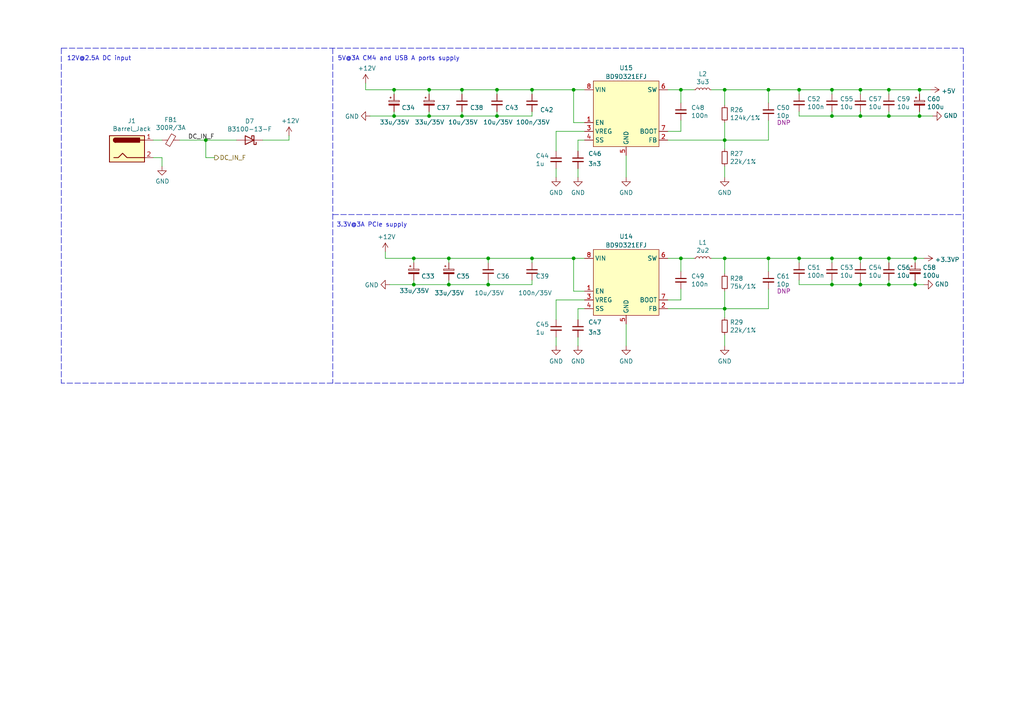
<source format=kicad_sch>
(kicad_sch (version 20210406) (generator eeschema)
  (paper "A4")
  (title_block (title "Power") (date "2021-01-12") (rev "0.1") (company "Nabu Casa") (comment 1 "www.nabucasa.com") (comment 2 "Light Blue"))
  (lib_symbols
    (symbol "Connector:Barrel_Jack" (pin_names (offset 1.016))
      (property "Reference" "J" (at 0 5.334 0))
      (property "Value" "Barrel_Jack" (at 0 -5.08 0))
      (symbol "Barrel_Jack_0_1"
        (arc (start -3.302 3.175) (end -3.302 1.905) (radius (at -3.302 2.54) (length 0.635) (angles 90.1 -90.1)) (stroke (width 0.254)))
        (arc (start -3.302 3.175) (end -3.302 1.905) (radius (at -3.302 2.54) (length 0.635) (angles 90.1 -90.1)) (stroke (width 0.254)) (fill (type outline)))
        (rectangle (start 3.683 3.175) (end -3.302 1.905) (stroke (width 0.254)) (fill (type outline)))
        (rectangle (start -5.08 3.81) (end 5.08 -3.81) (stroke (width 0.254)) (fill (type background)))
        (polyline (pts (xy 5.08 2.54) (xy 3.81 2.54)) (stroke (width 0.254)))
        (polyline (pts (xy -3.81 -2.54) (xy -2.54 -2.54) (xy -1.27 -1.27) (xy 0 -2.54) (xy 2.54 -2.54) (xy 5.08 -2.54)) (stroke (width 0.254)))
      )
      (symbol "Barrel_Jack_1_1"
        (pin passive line (at 7.62 2.54 180) (length 2.54) (name "~") (number "1"))
        (pin passive line (at 7.62 -2.54 180) (length 2.54) (name "~") (number "2"))
      )
    )
    (symbol "Device:CP_Small" (pin_numbers hide) (pin_names (offset 0.254) hide)
      (property "Reference" "C" (at 0.254 1.778 0))
      (property "Value" "CP_Small" (at 0.254 -2.032 0))
      (symbol "CP_Small_0_1"
        (rectangle (start -1.524 0.6858) (end 1.524 0.3048))
        (rectangle (start -1.524 -0.3048) (end 1.524 -0.6858) (fill (type outline)))
        (polyline (pts (xy -1.27 1.524) (xy -0.762 1.524)))
        (polyline (pts (xy -1.016 1.27) (xy -1.016 1.778)))
      )
      (symbol "CP_Small_1_1"
        (pin passive line (at 0 2.54 270) (length 1.8542) (name "~") (number "1"))
        (pin passive line (at 0 -2.54 90) (length 1.8542) (name "~") (number "2"))
      )
    )
    (symbol "Device:C_Small" (pin_numbers hide) (pin_names (offset 0.254) hide)
      (property "Reference" "C" (at 0.254 1.778 0))
      (property "Value" "C_Small" (at 0.254 -2.032 0))
      (symbol "C_Small_0_1"
        (polyline (pts (xy -1.524 -0.508) (xy 1.524 -0.508)) (stroke (width 0.3302)))
        (polyline (pts (xy -1.524 0.508) (xy 1.524 0.508)) (stroke (width 0.3048)))
      )
      (symbol "C_Small_1_1"
        (pin passive line (at 0 2.54 270) (length 2.032) (name "~") (number "1"))
        (pin passive line (at 0 -2.54 90) (length 2.032) (name "~") (number "2"))
      )
    )
    (symbol "Device:D_Schottky" (pin_numbers hide) (pin_names (offset 1.016) hide)
      (property "Reference" "D" (at 0 2.54 0))
      (property "Value" "D_Schottky" (at 0 -2.54 0))
      (symbol "D_Schottky_0_1"
        (polyline (pts (xy 1.27 0) (xy -1.27 0)))
        (polyline (pts (xy 1.27 1.27) (xy 1.27 -1.27) (xy -1.27 0) (xy 1.27 1.27)) (stroke (width 0.254)))
        (polyline (pts (xy -1.905 0.635) (xy -1.905 1.27) (xy -1.27 1.27) (xy -1.27 -1.27) (xy -0.635 -1.27) (xy -0.635 -0.635)) (stroke (width 0.254)))
      )
      (symbol "D_Schottky_1_1"
        (pin passive line (at -3.81 0 0) (length 2.54) (name "K") (number "1"))
        (pin passive line (at 3.81 0 180) (length 2.54) (name "A") (number "2"))
      )
    )
    (symbol "Device:Ferrite_Bead_Small" (pin_numbers hide) (pin_names (offset 0))
      (property "Reference" "FB" (at 1.905 1.27 0))
      (property "Value" "Ferrite_Bead_Small" (at 1.905 -1.27 0))
      (symbol "Ferrite_Bead_Small_0_1"
        (polyline (pts (xy 0 -1.27) (xy 0 -0.7874)))
        (polyline (pts (xy 0 0.889) (xy 0 1.2954)))
        (polyline (pts (xy -1.8288 0.2794) (xy -1.1176 1.4986) (xy 1.8288 -0.2032) (xy 1.1176 -1.4224) (xy -1.8288 0.2794)))
      )
      (symbol "Ferrite_Bead_Small_1_1"
        (pin passive line (at 0 2.54 270) (length 1.27) (name "~") (number "1"))
        (pin passive line (at 0 -2.54 90) (length 1.27) (name "~") (number "2"))
      )
    )
    (symbol "Device:L_Small" (pin_numbers hide) (pin_names (offset 0.254) hide)
      (property "Reference" "L" (at 0.762 1.016 0))
      (property "Value" "L_Small" (at 0.762 -1.016 0))
      (symbol "L_Small_0_1"
        (arc (start 0 -2.032) (end 0 -1.016) (radius (at 0 -1.524) (length 0.508) (angles -89.9 89.9)))
        (arc (start 0 -1.016) (end 0 0) (radius (at 0 -0.508) (length 0.508) (angles -89.9 89.9)))
        (arc (start 0 0) (end 0 1.016) (radius (at 0 0.508) (length 0.508) (angles -89.9 89.9)))
        (arc (start 0 1.016) (end 0 2.032) (radius (at 0 1.524) (length 0.508) (angles -89.9 89.9)))
      )
      (symbol "L_Small_1_1"
        (pin passive line (at 0 2.54 270) (length 0.508) (name "~") (number "1"))
        (pin passive line (at 0 -2.54 90) (length 0.508) (name "~") (number "2"))
      )
    )
    (symbol "Device:R_Small" (pin_numbers hide) (pin_names (offset 0.254) hide)
      (property "Reference" "R" (at 0.762 0.508 0))
      (property "Value" "R_Small" (at 0.762 -1.016 0))
      (symbol "R_Small_0_1"
        (rectangle (start -0.762 1.778) (end 0.762 -1.778) (stroke (width 0.2032)))
      )
      (symbol "R_Small_1_1"
        (pin passive line (at 0 2.54 270) (length 0.762) (name "~") (number "1"))
        (pin passive line (at 0 -2.54 90) (length 0.762) (name "~") (number "2"))
      )
    )
    (symbol "LightBlue:BD9D321EFJ"
      (property "Reference" "U" (at 0 13.335 0))
      (property "Value" "BD9D321EFJ" (at 0 10.795 0))
      (symbol "BD9D321EFJ_0_1"
        (rectangle (start -9.525 9.525) (end 9.525 -9.525) (stroke (width 0.1524)) (fill (type background)))
      )
      (symbol "BD9D321EFJ_1_1"
        (pin input line (at -12.065 -2.54 0) (length 2.54) (name "EN") (number "1"))
        (pin passive line (at 12.065 -7.62 180) (length 2.54) (name "FB") (number "2"))
        (pin power_out line (at -12.065 -5.08 0) (length 2.54) (name "VREG") (number "3"))
        (pin input line (at -12.065 -7.62 0) (length 2.54) (name "SS") (number "4"))
        (pin power_in line (at 0 -12.065 90) (length 2.54) (name "GND") (number "5"))
        (pin power_out line (at 12.065 6.985 180) (length 2.54) (name "SW") (number "6"))
        (pin input line (at 12.065 -5.08 180) (length 2.54) (name "BOOT") (number "7"))
        (pin power_in line (at -12.065 6.985 0) (length 2.54) (name "VIN") (number "8"))
        (pin passive line (at 0 -12.065 90) (length 2.54) hide (name "GND") (number "9"))
      )
    )
    (symbol "LightBlue:BD9D321EFJ_1"
      (property "Reference" "U" (at 0 13.335 0))
      (property "Value" "BD9D321EFJ" (at 0 10.795 0))
      (symbol "BD9D321EFJ_1_0_1"
        (rectangle (start -9.525 9.525) (end 9.525 -9.525) (stroke (width 0.1524)) (fill (type background)))
      )
      (symbol "BD9D321EFJ_1_1_1"
        (pin input line (at -12.065 -2.54 0) (length 2.54) (name "EN") (number "1"))
        (pin passive line (at 12.065 -7.62 180) (length 2.54) (name "FB") (number "2"))
        (pin power_out line (at -12.065 -5.08 0) (length 2.54) (name "VREG") (number "3"))
        (pin input line (at -12.065 -7.62 0) (length 2.54) (name "SS") (number "4"))
        (pin power_in line (at 0 -12.065 90) (length 2.54) (name "GND") (number "5"))
        (pin power_out line (at 12.065 6.985 180) (length 2.54) (name "SW") (number "6"))
        (pin input line (at 12.065 -5.08 180) (length 2.54) (name "BOOT") (number "7"))
        (pin power_in line (at -12.065 6.985 0) (length 2.54) (name "VIN") (number "8"))
        (pin passive line (at 0 -12.065 90) (length 2.54) hide (name "GND") (number "9"))
      )
    )
    (symbol "power:+12V" (power) (pin_names (offset 0))
      (property "Value" "+12V" (at 0 3.556 0))
      (symbol "+12V_0_1"
        (polyline (pts (xy -0.762 1.27) (xy 0 2.54)))
        (polyline (pts (xy 0 0) (xy 0 2.54)))
        (polyline (pts (xy 0 2.54) (xy 0.762 1.27)))
      )
      (symbol "+12V_1_1"
        (pin power_in line (at 0 0 90) (length 0) hide (name "+12V") (number "1"))
      )
    )
    (symbol "power:+3.3VP" (power) (pin_names (offset 0))
      (property "Value" "+3.3VP" (at 0 2.54 0))
      (symbol "+3.3VP_0_0"
        (pin power_in line (at 0 0 90) (length 0) hide (name "+3.3VP") (number "1"))
      )
      (symbol "+3.3VP_0_1"
        (polyline (pts (xy -0.762 1.27) (xy 0 2.54)))
        (polyline (pts (xy 0 0) (xy 0 2.54)))
        (polyline (pts (xy 0 2.54) (xy 0.762 1.27)))
      )
    )
    (symbol "power:+5V" (power) (pin_names (offset 0))
      (property "Value" "+5V" (at 0 3.556 0))
      (symbol "+5V_0_1"
        (polyline (pts (xy -0.762 1.27) (xy 0 2.54)))
        (polyline (pts (xy 0 0) (xy 0 2.54)))
        (polyline (pts (xy 0 2.54) (xy 0.762 1.27)))
      )
      (symbol "+5V_1_1"
        (pin power_in line (at 0 0 90) (length 0) hide (name "+5V") (number "1"))
      )
    )
    (symbol "power:GND" (power) (pin_names (offset 0))
      (property "Value" "GND" (at 0 -3.81 0))
      (symbol "GND_0_1"
        (polyline (pts (xy 0 0) (xy 0 -1.27) (xy 1.27 -1.27) (xy 0 -2.54) (xy -1.27 -1.27) (xy 0 -1.27)))
      )
      (symbol "GND_1_1"
        (pin power_in line (at 0 0 270) (length 0) hide (name "GND") (number "1"))
      )
    )
  )
  (junction (at 59.69 40.64) (diameter 0.9144))
  (junction (at 114.3 26.035) (diameter 0.9144))
  (junction (at 114.3 33.655) (diameter 0.9144))
  (junction (at 120.015 74.93) (diameter 0.9144))
  (junction (at 120.015 82.55) (diameter 0.9144))
  (junction (at 124.46 26.035) (diameter 0.9144))
  (junction (at 124.46 33.655) (diameter 0.9144))
  (junction (at 130.175 74.93) (diameter 0.9144))
  (junction (at 130.175 82.55) (diameter 0.9144))
  (junction (at 133.985 26.035) (diameter 0.9144))
  (junction (at 133.985 33.655) (diameter 0.9144))
  (junction (at 141.605 74.93) (diameter 0.9144))
  (junction (at 141.605 82.55) (diameter 0.9144))
  (junction (at 144.145 26.035) (diameter 0.9144))
  (junction (at 144.145 33.655) (diameter 0.9144))
  (junction (at 154.305 26.035) (diameter 0.9144))
  (junction (at 154.305 74.93) (diameter 0.9144))
  (junction (at 166.37 26.035) (diameter 0.9144))
  (junction (at 166.37 74.93) (diameter 0.9144))
  (junction (at 197.485 26.035) (diameter 0.9144))
  (junction (at 197.485 74.93) (diameter 0.9144))
  (junction (at 210.185 26.035) (diameter 0.9144))
  (junction (at 210.185 40.64) (diameter 0.9144))
  (junction (at 210.185 74.93) (diameter 0.9144))
  (junction (at 210.185 89.535) (diameter 0.9144))
  (junction (at 222.885 26.035) (diameter 0.9144))
  (junction (at 222.885 74.93) (diameter 0.9144))
  (junction (at 231.775 26.035) (diameter 0.9144))
  (junction (at 231.775 74.93) (diameter 0.9144))
  (junction (at 241.3 26.035) (diameter 0.9144))
  (junction (at 241.3 33.655) (diameter 0.9144))
  (junction (at 241.3 74.93) (diameter 0.9144))
  (junction (at 241.3 82.55) (diameter 0.9144))
  (junction (at 249.555 26.035) (diameter 0.9144))
  (junction (at 249.555 33.655) (diameter 0.9144))
  (junction (at 249.555 74.93) (diameter 0.9144))
  (junction (at 249.555 82.55) (diameter 0.9144))
  (junction (at 257.81 26.035) (diameter 0.9144))
  (junction (at 257.81 33.655) (diameter 0.9144))
  (junction (at 257.81 74.93) (diameter 0.9144))
  (junction (at 257.81 82.55) (diameter 0.9144))
  (junction (at 265.43 74.93) (diameter 0.9144))
  (junction (at 265.43 82.55) (diameter 0.9144))
  (junction (at 266.7 26.035) (diameter 0.9144))
  (junction (at 266.7 33.655) (diameter 0.9144))
  (wire (pts (xy 44.45 40.64) (xy 46.99 40.64)))
  (wire (pts (xy 44.45 45.72) (xy 46.99 45.72)))
  (wire (pts (xy 46.99 45.72) (xy 46.99 48.26)))
  (wire (pts (xy 52.07 40.64) (xy 59.69 40.64)))
  (wire (pts (xy 59.69 40.64) (xy 68.58 40.64)))
  (wire (pts (xy 59.69 45.72) (xy 59.69 40.64)))
  (wire (pts (xy 62.23 45.72) (xy 59.69 45.72)))
  (wire (pts (xy 76.2 40.64) (xy 83.82 40.64)))
  (wire (pts (xy 83.82 39.37) (xy 83.82 40.64)))
  (wire (pts (xy 106.045 24.13) (xy 106.045 26.035)))
  (wire (pts (xy 106.045 26.035) (xy 114.3 26.035)))
  (wire (pts (xy 107.315 33.655) (xy 114.3 33.655)))
  (wire (pts (xy 111.76 73.025) (xy 111.76 74.93)))
  (wire (pts (xy 111.76 74.93) (xy 120.015 74.93)))
  (wire (pts (xy 113.03 82.55) (xy 120.015 82.55)))
  (wire (pts (xy 114.3 26.035) (xy 114.3 27.305)))
  (wire (pts (xy 114.3 26.035) (xy 124.46 26.035)))
  (wire (pts (xy 114.3 32.385) (xy 114.3 33.655)))
  (wire (pts (xy 114.3 33.655) (xy 124.46 33.655)))
  (wire (pts (xy 120.015 74.93) (xy 120.015 76.2)))
  (wire (pts (xy 120.015 74.93) (xy 130.175 74.93)))
  (wire (pts (xy 120.015 81.28) (xy 120.015 82.55)))
  (wire (pts (xy 120.015 82.55) (xy 130.175 82.55)))
  (wire (pts (xy 124.46 26.035) (xy 124.46 27.305)))
  (wire (pts (xy 124.46 26.035) (xy 133.985 26.035)))
  (wire (pts (xy 124.46 32.385) (xy 124.46 33.655)))
  (wire (pts (xy 124.46 33.655) (xy 133.985 33.655)))
  (wire (pts (xy 130.175 74.93) (xy 130.175 76.2)))
  (wire (pts (xy 130.175 74.93) (xy 141.605 74.93)))
  (wire (pts (xy 130.175 81.28) (xy 130.175 82.55)))
  (wire (pts (xy 130.175 82.55) (xy 141.605 82.55)))
  (wire (pts (xy 133.985 26.035) (xy 133.985 27.305)))
  (wire (pts (xy 133.985 26.035) (xy 144.145 26.035)))
  (wire (pts (xy 133.985 33.655) (xy 133.985 32.385)))
  (wire (pts (xy 133.985 33.655) (xy 144.145 33.655)))
  (wire (pts (xy 141.605 74.93) (xy 141.605 76.2)))
  (wire (pts (xy 141.605 74.93) (xy 154.305 74.93)))
  (wire (pts (xy 141.605 81.28) (xy 141.605 82.55)))
  (wire (pts (xy 141.605 82.55) (xy 154.305 82.55)))
  (wire (pts (xy 144.145 26.035) (xy 144.145 27.305)))
  (wire (pts (xy 144.145 26.035) (xy 154.305 26.035)))
  (wire (pts (xy 144.145 32.385) (xy 144.145 33.655)))
  (wire (pts (xy 144.145 33.655) (xy 154.305 33.655)))
  (wire (pts (xy 154.305 26.035) (xy 154.305 27.305)))
  (wire (pts (xy 154.305 26.035) (xy 166.37 26.035)))
  (wire (pts (xy 154.305 33.655) (xy 154.305 32.385)))
  (wire (pts (xy 154.305 74.93) (xy 154.305 76.2)))
  (wire (pts (xy 154.305 74.93) (xy 166.37 74.93)))
  (wire (pts (xy 154.305 81.28) (xy 154.305 82.55)))
  (wire (pts (xy 161.29 38.1) (xy 161.29 43.815)))
  (wire (pts (xy 161.29 48.895) (xy 161.29 51.435)))
  (wire (pts (xy 161.29 86.995) (xy 161.29 92.71)))
  (wire (pts (xy 161.29 97.79) (xy 161.29 100.33)))
  (wire (pts (xy 166.37 26.035) (xy 169.545 26.035)))
  (wire (pts (xy 166.37 35.56) (xy 166.37 26.035)))
  (wire (pts (xy 166.37 74.93) (xy 166.37 84.455)))
  (wire (pts (xy 166.37 74.93) (xy 169.545 74.93)))
  (wire (pts (xy 166.37 84.455) (xy 169.545 84.455)))
  (wire (pts (xy 167.64 40.64) (xy 167.64 43.815)))
  (wire (pts (xy 167.64 40.64) (xy 169.545 40.64)))
  (wire (pts (xy 167.64 48.895) (xy 167.64 51.435)))
  (wire (pts (xy 167.64 89.535) (xy 167.64 92.71)))
  (wire (pts (xy 167.64 89.535) (xy 169.545 89.535)))
  (wire (pts (xy 167.64 97.79) (xy 167.64 100.33)))
  (wire (pts (xy 169.545 35.56) (xy 166.37 35.56)))
  (wire (pts (xy 169.545 38.1) (xy 161.29 38.1)))
  (wire (pts (xy 169.545 86.995) (xy 161.29 86.995)))
  (wire (pts (xy 181.61 45.085) (xy 181.61 51.435)))
  (wire (pts (xy 181.61 93.98) (xy 181.61 100.33)))
  (wire (pts (xy 193.675 26.035) (xy 197.485 26.035)))
  (wire (pts (xy 193.675 38.1) (xy 197.485 38.1)))
  (wire (pts (xy 193.675 40.64) (xy 210.185 40.64)))
  (wire (pts (xy 193.675 74.93) (xy 197.485 74.93)))
  (wire (pts (xy 193.675 86.995) (xy 197.485 86.995)))
  (wire (pts (xy 193.675 89.535) (xy 210.185 89.535)))
  (wire (pts (xy 197.485 26.035) (xy 197.485 29.845)))
  (wire (pts (xy 197.485 26.035) (xy 201.295 26.035)))
  (wire (pts (xy 197.485 34.925) (xy 197.485 38.1)))
  (wire (pts (xy 197.485 74.93) (xy 197.485 78.74)))
  (wire (pts (xy 197.485 74.93) (xy 201.295 74.93)))
  (wire (pts (xy 197.485 83.82) (xy 197.485 86.995)))
  (wire (pts (xy 206.375 26.035) (xy 210.185 26.035)))
  (wire (pts (xy 206.375 74.93) (xy 210.185 74.93)))
  (wire (pts (xy 210.185 26.035) (xy 210.185 30.48)))
  (wire (pts (xy 210.185 26.035) (xy 222.885 26.035)))
  (wire (pts (xy 210.185 35.56) (xy 210.185 40.64)))
  (wire (pts (xy 210.185 40.64) (xy 210.185 43.18)))
  (wire (pts (xy 210.185 40.64) (xy 222.885 40.64)))
  (wire (pts (xy 210.185 48.26) (xy 210.185 51.435)))
  (wire (pts (xy 210.185 74.93) (xy 210.185 79.375)))
  (wire (pts (xy 210.185 74.93) (xy 222.885 74.93)))
  (wire (pts (xy 210.185 84.455) (xy 210.185 89.535)))
  (wire (pts (xy 210.185 89.535) (xy 210.185 92.075)))
  (wire (pts (xy 210.185 89.535) (xy 222.885 89.535)))
  (wire (pts (xy 210.185 97.155) (xy 210.185 100.33)))
  (wire (pts (xy 222.885 26.035) (xy 222.885 29.845)))
  (wire (pts (xy 222.885 26.035) (xy 231.775 26.035)))
  (wire (pts (xy 222.885 34.925) (xy 222.885 40.64)))
  (wire (pts (xy 222.885 74.93) (xy 222.885 78.74)))
  (wire (pts (xy 222.885 74.93) (xy 231.775 74.93)))
  (wire (pts (xy 222.885 83.82) (xy 222.885 89.535)))
  (wire (pts (xy 231.775 26.035) (xy 231.775 27.305)))
  (wire (pts (xy 231.775 26.035) (xy 241.3 26.035)))
  (wire (pts (xy 231.775 32.385) (xy 231.775 33.655)))
  (wire (pts (xy 231.775 33.655) (xy 241.3 33.655)))
  (wire (pts (xy 231.775 74.93) (xy 231.775 76.2)))
  (wire (pts (xy 231.775 74.93) (xy 241.3 74.93)))
  (wire (pts (xy 231.775 81.28) (xy 231.775 82.55)))
  (wire (pts (xy 231.775 82.55) (xy 241.3 82.55)))
  (wire (pts (xy 241.3 26.035) (xy 241.3 27.305)))
  (wire (pts (xy 241.3 26.035) (xy 249.555 26.035)))
  (wire (pts (xy 241.3 32.385) (xy 241.3 33.655)))
  (wire (pts (xy 241.3 33.655) (xy 249.555 33.655)))
  (wire (pts (xy 241.3 74.93) (xy 241.3 76.2)))
  (wire (pts (xy 241.3 74.93) (xy 249.555 74.93)))
  (wire (pts (xy 241.3 81.28) (xy 241.3 82.55)))
  (wire (pts (xy 241.3 82.55) (xy 249.555 82.55)))
  (wire (pts (xy 249.555 26.035) (xy 249.555 27.305)))
  (wire (pts (xy 249.555 26.035) (xy 257.81 26.035)))
  (wire (pts (xy 249.555 32.385) (xy 249.555 33.655)))
  (wire (pts (xy 249.555 33.655) (xy 257.81 33.655)))
  (wire (pts (xy 249.555 74.93) (xy 249.555 76.2)))
  (wire (pts (xy 249.555 74.93) (xy 257.81 74.93)))
  (wire (pts (xy 249.555 81.28) (xy 249.555 82.55)))
  (wire (pts (xy 249.555 82.55) (xy 257.81 82.55)))
  (wire (pts (xy 257.81 26.035) (xy 257.81 27.305)))
  (wire (pts (xy 257.81 26.035) (xy 266.7 26.035)))
  (wire (pts (xy 257.81 32.385) (xy 257.81 33.655)))
  (wire (pts (xy 257.81 33.655) (xy 266.7 33.655)))
  (wire (pts (xy 257.81 74.93) (xy 257.81 76.2)))
  (wire (pts (xy 257.81 74.93) (xy 265.43 74.93)))
  (wire (pts (xy 257.81 81.28) (xy 257.81 82.55)))
  (wire (pts (xy 257.81 82.55) (xy 265.43 82.55)))
  (wire (pts (xy 265.43 74.93) (xy 267.97 74.93)))
  (wire (pts (xy 265.43 76.2) (xy 265.43 74.93)))
  (wire (pts (xy 265.43 81.28) (xy 265.43 82.55)))
  (wire (pts (xy 265.43 82.55) (xy 267.97 82.55)))
  (wire (pts (xy 266.7 26.035) (xy 269.875 26.035)))
  (wire (pts (xy 266.7 27.305) (xy 266.7 26.035)))
  (wire (pts (xy 266.7 32.385) (xy 266.7 33.655)))
  (wire (pts (xy 266.7 33.655) (xy 270.51 33.655)))
  (polyline (pts (xy 17.78 13.97) (xy 17.78 110.49)) (stroke (width 0) (type dash)))
  (polyline (pts (xy 17.78 13.97) (xy 279.4 13.97)) (stroke (width 0) (type dash)))
  (polyline (pts (xy 17.78 110.49) (xy 17.78 111.125)) (stroke (width 0) (type dash)))
  (polyline (pts (xy 96.52 13.97) (xy 96.52 111.125)) (stroke (width 0) (type dash)))
  (polyline (pts (xy 96.52 62.23) (xy 279.4 62.23)) (stroke (width 0) (type dash)))
  (polyline (pts (xy 279.4 13.97) (xy 279.4 111.125)) (stroke (width 0) (type dash)))
  (polyline (pts (xy 279.4 111.125) (xy 17.78 111.125)) (stroke (width 0) (type dash)))
  (text "12V@2.5A DC input" (at 38.1 17.78 180) (effects (font (size 1.27 1.27)) (justify right bottom)))
  (text "3.3V@3A PCIe supply" (at 118.11 66.04 180) (effects (font (size 1.27 1.27)) (justify right bottom)))
  (text "5V@3A CM4 and USB A ports supply" (at 133.35 17.78 180) (effects (font (size 1.27 1.27)) (justify right bottom)))
  (label "DC_IN_F" (at 62.23 40.64 180))
  (hierarchical_label "DC_IN_F" (shape output) (at 62.23 45.72 0))
  (symbol (lib_id "power:+12V") (at 83.82 39.37 0) (unit 1)
    (property "Reference" "#PWR0204" (effects hide))
    (property "Value" "+12V" (at 84.1883 35.0456 0))
  )
  (symbol (lib_id "power:+12V") (at 106.045 24.13 0) (unit 1)
    (property "Reference" "#PWR0201" (effects hide))
    (property "Value" "+12V" (at 106.4133 19.8056 0))
  )
  (symbol (lib_id "power:+12V") (at 111.76 73.025 0) (unit 1)
    (property "Reference" "#PWR0202" (effects hide))
    (property "Value" "+12V" (at 112.1283 68.7006 0))
  )
  (symbol (lib_id "power:+3.3VP") (at 267.97 74.93 270) (unit 1)
    (property "Reference" "#PWR0194" (effects hide))
    (property "Value" "+3.3VP" (at 271.1451 75.2983 90) (effects (justify left)))
  )
  (symbol (lib_id "power:+5V") (at 269.875 26.035 270) (unit 1)
    (property "Reference" "#PWR0196" (effects hide))
    (property "Value" "+5V" (at 273.0501 26.4033 90) (effects (justify left)))
  )
  (symbol (lib_id "Device:L_Small") (at 203.835 26.035 90) (unit 1)
    (property "Reference" "L2" (at 203.835 21.4438 90))
    (property "Value" "3u3" (at 203.835 23.743 90))
    (property "Footprint" "Inductor_SMD:L_Taiyo-Yuden_NR-80xx" (effects hide))
    (property "Manufacturer" "Taiyo Yuden" (effects hide))
    (property "PartNumber" "NRS8030T3R3MJGJ" (effects hide))
  )
  (symbol (lib_id "Device:L_Small") (at 203.835 74.93 90) (unit 1)
    (property "Reference" "L1" (at 203.835 70.3388 90))
    (property "Value" "2u2" (at 203.835 72.638 90))
    (property "Footprint" "Inductor_SMD:L_Taiyo-Yuden_NR-50xx" (effects hide))
    (property "Manufacturer" "Taiyo Yuden" (effects hide))
    (property "PartNumber" "‎NRS5040T2R2NMGJ‎" (effects hide))
  )
  (symbol (lib_id "power:GND") (at 46.99 48.26 0) (unit 1)
    (property "Reference" "#PWR0205" (effects hide))
    (property "Value" "GND" (at 47.1043 52.5844 0))
  )
  (symbol (lib_id "power:GND") (at 107.315 33.655 270) (unit 1)
    (property "Reference" "#PWR0198" (effects hide))
    (property "Value" "GND" (at 104.14 33.7693 90) (effects (justify right)))
  )
  (symbol (lib_id "power:GND") (at 113.03 82.55 270) (unit 1)
    (property "Reference" "#PWR0203" (effects hide))
    (property "Value" "GND" (at 109.855 82.6643 90) (effects (justify right)))
  )
  (symbol (lib_id "power:GND") (at 161.29 51.435 0) (unit 1)
    (property "Reference" "#PWR0283" (effects hide))
    (property "Value" "GND" (at 161.29 55.88 0))
  )
  (symbol (lib_id "power:GND") (at 161.29 100.33 0) (unit 1)
    (property "Reference" "#PWR0280" (effects hide))
    (property "Value" "GND" (at 161.29 104.775 0))
  )
  (symbol (lib_id "power:GND") (at 167.64 51.435 0) (unit 1)
    (property "Reference" "#PWR0282" (effects hide))
    (property "Value" "GND" (at 167.64 55.88 0))
  )
  (symbol (lib_id "power:GND") (at 167.64 100.33 0) (unit 1)
    (property "Reference" "#PWR0281" (effects hide))
    (property "Value" "GND" (at 167.64 104.775 0))
  )
  (symbol (lib_id "power:GND") (at 181.61 51.435 0) (unit 1)
    (property "Reference" "#PWR0254" (effects hide))
    (property "Value" "GND" (at 181.61 55.88 0))
  )
  (symbol (lib_id "power:GND") (at 181.61 100.33 0) (unit 1)
    (property "Reference" "#PWR0216" (effects hide))
    (property "Value" "GND" (at 181.61 104.775 0))
  )
  (symbol (lib_id "power:GND") (at 210.185 51.435 0) (unit 1)
    (property "Reference" "#PWR0215" (effects hide))
    (property "Value" "GND" (at 210.185 55.88 0))
  )
  (symbol (lib_id "power:GND") (at 210.185 100.33 0) (unit 1)
    (property "Reference" "#PWR0218" (effects hide))
    (property "Value" "GND" (at 210.185 104.775 0))
  )
  (symbol (lib_id "power:GND") (at 267.97 82.55 90) (unit 1)
    (property "Reference" "#PWR0195" (effects hide))
    (property "Value" "GND" (at 271.1451 82.4357 90) (effects (justify right)))
  )
  (symbol (lib_id "power:GND") (at 270.51 33.655 90) (unit 1)
    (property "Reference" "#PWR0197" (effects hide))
    (property "Value" "GND" (at 273.6851 33.5407 90) (effects (justify right)))
  )
  (symbol (lib_id "Device:R_Small") (at 210.185 33.02 180) (unit 1)
    (property "Reference" "R26" (at 211.6837 31.8706 0) (effects (justify right)))
    (property "Value" "124k/1%" (at 211.684 34.169 0) (effects (justify right)))
    (property "Footprint" "Resistor_SMD:R_0402_1005Metric" (effects hide))
  )
  (symbol (lib_id "Device:R_Small") (at 210.185 45.72 180) (unit 1)
    (property "Reference" "R27" (at 211.6837 44.5706 0) (effects (justify right)))
    (property "Value" "22k/1%" (at 211.684 46.869 0) (effects (justify right)))
    (property "Footprint" "Resistor_SMD:R_0402_1005Metric" (effects hide))
  )
  (symbol (lib_id "Device:R_Small") (at 210.185 81.915 180) (unit 1)
    (property "Reference" "R28" (at 211.6837 80.7656 0) (effects (justify right)))
    (property "Value" "75k/1%" (at 211.684 83.064 0) (effects (justify right)))
    (property "Footprint" "Resistor_SMD:R_0402_1005Metric" (effects hide))
  )
  (symbol (lib_id "Device:R_Small") (at 210.185 94.615 180) (unit 1)
    (property "Reference" "R29" (at 211.6837 93.4656 0) (effects (justify right)))
    (property "Value" "22k/1%" (at 211.684 95.764 0) (effects (justify right)))
    (property "Footprint" "Resistor_SMD:R_0402_1005Metric" (effects hide))
  )
  (symbol (lib_id "Device:CP_Small") (at 114.3 29.845 0) (unit 1)
    (property "Reference" "C34" (at 116.4591 31.2356 0) (effects (justify left)))
    (property "Value" "33u/35V" (at 110.109 35.439 0) (effects (justify left)))
    (property "Footprint" "Capacitor_Tantalum_SMD:CP_EIA-7343-31_Kemet-D" (effects hide))
    (property "Manufacturer" "KEMET" (effects hide))
    (property "PartNumber" "T491D336K025AT" (effects hide))
  )
  (symbol (lib_id "Device:CP_Small") (at 120.015 78.74 0) (unit 1)
    (property "Reference" "C33" (at 122.1741 80.1306 0) (effects (justify left)))
    (property "Value" "33u/35V" (at 115.824 84.334 0) (effects (justify left)))
    (property "Footprint" "Capacitor_Tantalum_SMD:CP_EIA-7343-31_Kemet-D" (effects hide))
    (property "Manufacturer" "KEMET" (effects hide))
    (property "PartNumber" "T491D336K025AT" (effects hide))
  )
  (symbol (lib_id "Device:CP_Small") (at 124.46 29.845 0) (unit 1)
    (property "Reference" "C37" (at 126.6191 31.2356 0) (effects (justify left)))
    (property "Value" "33u/35V" (at 120.269 35.439 0) (effects (justify left)))
    (property "Footprint" "Capacitor_Tantalum_SMD:CP_EIA-7343-31_Kemet-D" (effects hide))
    (property "Manufacturer" "KEMET" (effects hide))
    (property "PartNumber" "T491D336K025AT" (effects hide))
  )
  (symbol (lib_id "Device:CP_Small") (at 130.175 78.74 0) (unit 1)
    (property "Reference" "C35" (at 132.3341 80.1306 0) (effects (justify left)))
    (property "Value" "33u/35V" (at 125.984 84.969 0) (effects (justify left)))
    (property "Footprint" "Capacitor_Tantalum_SMD:CP_EIA-7343-31_Kemet-D" (effects hide))
    (property "Manufacturer" "KEMET" (effects hide))
    (property "PartNumber" "T491D336K025AT" (effects hide))
  )
  (symbol (lib_id "Device:CP_Small") (at 265.43 78.74 0) (unit 1)
    (property "Reference" "C58" (at 267.5891 77.5906 0) (effects (justify left)))
    (property "Value" "100u" (at 267.589 79.889 0) (effects (justify left)))
    (property "Footprint" "Capacitor_Tantalum_SMD:CP_EIA-7343-31_Kemet-D" (effects hide))
    (property "Manufacturer" "Panasonic Electronic Components" (effects hide))
    (property "PartNumber" "EEF-CX0J101R" (effects hide))
  )
  (symbol (lib_id "Device:CP_Small") (at 266.7 29.845 0) (unit 1)
    (property "Reference" "C60" (at 268.8591 28.6956 0) (effects (justify left)))
    (property "Value" "100u" (at 268.859 30.994 0) (effects (justify left)))
    (property "Footprint" "Capacitor_Tantalum_SMD:CP_EIA-7343-31_Kemet-D" (effects hide))
    (property "Manufacturer" "Panasonic Electronic Components" (effects hide))
    (property "PartNumber" "EEF-CX0J101R" (effects hide))
  )
  (symbol (lib_id "Device:C_Small") (at 133.985 29.845 0) (unit 1)
    (property "Reference" "C38" (at 136.3092 31.2356 0) (effects (justify left)))
    (property "Value" "10u/35V" (at 129.959 35.439 0) (effects (justify left)))
    (property "Footprint" "Capacitor_SMD:C_0805_2012Metric" (effects hide))
  )
  (symbol (lib_id "Device:C_Small") (at 141.605 78.74 0) (unit 1)
    (property "Reference" "C36" (at 143.9292 80.1306 0) (effects (justify left)))
    (property "Value" "10u/35V" (at 137.579 84.969 0) (effects (justify left)))
    (property "Footprint" "Capacitor_SMD:C_0805_2012Metric" (effects hide))
  )
  (symbol (lib_id "Device:C_Small") (at 144.145 29.845 0) (unit 1)
    (property "Reference" "C43" (at 146.4692 31.2356 0) (effects (justify left)))
    (property "Value" "10u/35V" (at 140.119 35.439 0) (effects (justify left)))
    (property "Footprint" "Capacitor_SMD:C_0805_2012Metric" (effects hide))
  )
  (symbol (lib_id "Device:C_Small") (at 154.305 29.845 0) (unit 1)
    (property "Reference" "C42" (at 156.6292 31.8706 0) (effects (justify left)))
    (property "Value" "100n/35V" (at 149.644 35.439 0) (effects (justify left)))
    (property "Footprint" "Capacitor_SMD:C_0402_1005Metric" (effects hide))
  )
  (symbol (lib_id "Device:C_Small") (at 154.305 78.74 0) (unit 1)
    (property "Reference" "C39" (at 155.3592 80.1306 0) (effects (justify left)))
    (property "Value" "100n/35V" (at 150.279 84.969 0) (effects (justify left)))
    (property "Footprint" "Capacitor_SMD:C_0402_1005Metric" (effects hide))
  )
  (symbol (lib_id "Device:C_Small") (at 161.29 46.355 0) (unit 1)
    (property "Reference" "C44" (at 155.3592 45.2056 0) (effects (justify left)))
    (property "Value" "1u" (at 155.359 47.504 0) (effects (justify left)))
    (property "Footprint" "Capacitor_SMD:C_0402_1005Metric" (effects hide))
  )
  (symbol (lib_id "Device:C_Small") (at 161.29 95.25 0) (unit 1)
    (property "Reference" "C45" (at 155.3592 94.1006 0) (effects (justify left)))
    (property "Value" "1u" (at 155.359 96.399 0) (effects (justify left)))
    (property "Footprint" "Capacitor_SMD:C_0402_1005Metric" (effects hide))
  )
  (symbol (lib_id "Device:C_Small") (at 167.64 46.355 0) (unit 1)
    (property "Reference" "C46" (at 170.5992 44.5706 0) (effects (justify left)))
    (property "Value" "3n3" (at 170.599 47.504 0) (effects (justify left)))
    (property "Footprint" "Capacitor_SMD:C_0402_1005Metric" (effects hide))
  )
  (symbol (lib_id "Device:C_Small") (at 167.64 95.25 0) (unit 1)
    (property "Reference" "C47" (at 170.5992 93.4656 0) (effects (justify left)))
    (property "Value" "3n3" (at 170.599 96.399 0) (effects (justify left)))
    (property "Footprint" "Capacitor_SMD:C_0402_1005Metric" (effects hide))
  )
  (symbol (lib_id "Device:C_Small") (at 197.485 32.385 0) (unit 1)
    (property "Reference" "C48" (at 200.4442 31.2356 0) (effects (justify left)))
    (property "Value" "100n" (at 200.444 33.534 0) (effects (justify left)))
    (property "Footprint" "Capacitor_SMD:C_0402_1005Metric" (effects hide))
  )
  (symbol (lib_id "Device:C_Small") (at 197.485 81.28 0) (unit 1)
    (property "Reference" "C49" (at 200.4442 80.1306 0) (effects (justify left)))
    (property "Value" "100n" (at 200.444 82.429 0) (effects (justify left)))
    (property "Footprint" "Capacitor_SMD:C_0402_1005Metric" (effects hide))
  )
  (symbol (lib_id "Device:C_Small") (at 222.885 32.385 0) (unit 1)
    (property "Reference" "C50" (at 225.2092 31.2356 0) (effects (justify left)))
    (property "Value" "10p" (at 225.209 33.534 0) (effects (justify left)))
    (property "Footprint" "Capacitor_SMD:C_0402_1005Metric" (effects hide))
    (property "Config" "DNP" (at 227.33 35.56 0))
  )
  (symbol (lib_id "Device:C_Small") (at 222.885 81.28 0) (unit 1)
    (property "Reference" "C61" (at 225.2092 80.1306 0) (effects (justify left)))
    (property "Value" "10p" (at 225.209 82.429 0) (effects (justify left)))
    (property "Footprint" "Capacitor_SMD:C_0402_1005Metric" (effects hide))
    (property "Config" "DNP" (at 227.33 84.455 0))
  )
  (symbol (lib_id "Device:C_Small") (at 231.775 29.845 0) (unit 1)
    (property "Reference" "C52" (at 234.0992 28.6956 0) (effects (justify left)))
    (property "Value" "100n" (at 234.099 30.994 0) (effects (justify left)))
    (property "Footprint" "Capacitor_SMD:C_0402_1005Metric" (effects hide))
  )
  (symbol (lib_id "Device:C_Small") (at 231.775 78.74 0) (unit 1)
    (property "Reference" "C51" (at 234.0992 77.5906 0) (effects (justify left)))
    (property "Value" "100n" (at 234.099 79.889 0) (effects (justify left)))
    (property "Footprint" "Capacitor_SMD:C_0402_1005Metric" (effects hide))
  )
  (symbol (lib_id "Device:C_Small") (at 241.3 29.845 0) (unit 1)
    (property "Reference" "C55" (at 243.6242 28.6956 0) (effects (justify left)))
    (property "Value" "10u" (at 243.624 30.994 0) (effects (justify left)))
    (property "Footprint" "Capacitor_SMD:C_0805_2012Metric" (effects hide))
  )
  (symbol (lib_id "Device:C_Small") (at 241.3 78.74 0) (unit 1)
    (property "Reference" "C53" (at 243.6242 77.5906 0) (effects (justify left)))
    (property "Value" "10u" (at 243.624 79.889 0) (effects (justify left)))
    (property "Footprint" "Capacitor_SMD:C_0805_2012Metric" (effects hide))
  )
  (symbol (lib_id "Device:C_Small") (at 249.555 29.845 0) (unit 1)
    (property "Reference" "C57" (at 251.8792 28.6956 0) (effects (justify left)))
    (property "Value" "10u" (at 251.879 30.994 0) (effects (justify left)))
    (property "Footprint" "Capacitor_SMD:C_0805_2012Metric" (effects hide))
  )
  (symbol (lib_id "Device:C_Small") (at 249.555 78.74 0) (unit 1)
    (property "Reference" "C54" (at 251.8792 77.5906 0) (effects (justify left)))
    (property "Value" "10u" (at 251.879 79.889 0) (effects (justify left)))
    (property "Footprint" "Capacitor_SMD:C_0805_2012Metric" (effects hide))
  )
  (symbol (lib_id "Device:C_Small") (at 257.81 29.845 0) (unit 1)
    (property "Reference" "C59" (at 260.1342 28.6956 0) (effects (justify left)))
    (property "Value" "10u" (at 260.134 30.994 0) (effects (justify left)))
    (property "Footprint" "Capacitor_SMD:C_0805_2012Metric" (effects hide))
  )
  (symbol (lib_id "Device:C_Small") (at 257.81 78.74 0) (unit 1)
    (property "Reference" "C56" (at 260.1342 77.5906 0) (effects (justify left)))
    (property "Value" "10u" (at 260.134 79.889 0) (effects (justify left)))
    (property "Footprint" "Capacitor_SMD:C_0805_2012Metric" (effects hide))
  )
  (symbol (lib_id "Device:Ferrite_Bead_Small") (at 49.53 40.64 90) (unit 1)
    (property "Reference" "FB1" (at 49.53 34.728 90))
    (property "Value" "300R/3A" (at 49.53 37.0267 90))
    (property "Footprint" "Resistor_SMD:R_0805_2012Metric" (effects hide))
    (property "Manufacturer" "Würth Elektronik" (effects hide))
    (property "PartNumber" "742792031" (effects hide))
  )
  (symbol (lib_id "Device:D_Schottky") (at 72.39 40.64 180) (unit 1)
    (property "Reference" "D7" (at 72.39 35.16 0))
    (property "Value" "B3100-13-F" (at 72.39 37.4585 0))
    (property "Footprint" "Diode_SMD:D_SMC" (effects hide))
    (property "Manufacturer" "Diodes Incorporated" (effects hide))
    (property "PartNumber" "B3100-13-F" (effects hide))
  )
  (symbol (lib_id "Connector:Barrel_Jack") (at 36.83 43.18 0) (unit 1)
    (property "Reference" "J1" (at 38.227 35.0582 0))
    (property "Value" "Barrel_Jack" (at 38.227 37.3569 0))
    (property "Footprint" "Connector_BarrelJack:BarrelJack_Horizontal" (effects hide))
    (property "Manufacturer" "CUI Devices" (effects hide))
    (property "PartNumber" "PJ-002A" (effects hide))
  )
  (symbol (lib_id "LightBlue:BD9D321EFJ") (at 181.61 33.02 0) (unit 1)
    (property "Reference" "U15" (at 181.61 19.685 0))
    (property "Value" "BD9D321EFJ" (at 181.61 22.225 0))
    (property "Footprint" "Package_SO:HTSOP-8-1EP_3.9x4.9mm_P1.27mm_EP2.4x3.2mm_ThermalVias" (effects hide))
    (property "Datasheet" "https://fscdn.rohm.com/en/products/databook/datasheet/ic/power/switching_regulator/bd9d321efj-e.pdf" (effects hide))
    (property "Manufacturer" "Rohm" (effects hide))
    (property "PartNumber" "BD9D321EFJ" (effects hide))
  )
  (symbol (lib_name "LightBlue:BD9D321EFJ_1") (lib_id "LightBlue:BD9D321EFJ") (at 181.61 81.915 0) (unit 1)
    (property "Reference" "U14" (at 181.61 68.58 0))
    (property "Value" "BD9D321EFJ" (at 181.61 71.12 0))
    (property "Footprint" "Package_SO:HTSOP-8-1EP_3.9x4.9mm_P1.27mm_EP2.4x3.2mm_ThermalVias" (effects hide))
    (property "Datasheet" "https://fscdn.rohm.com/en/products/databook/datasheet/ic/power/switching_regulator/bd9d321efj-e.pdf" (effects hide))
    (property "Manufacturer" "Rohm" (effects hide))
    (property "PartNumber" "BD9D321EFJ" (effects hide))
  )
)
</source>
